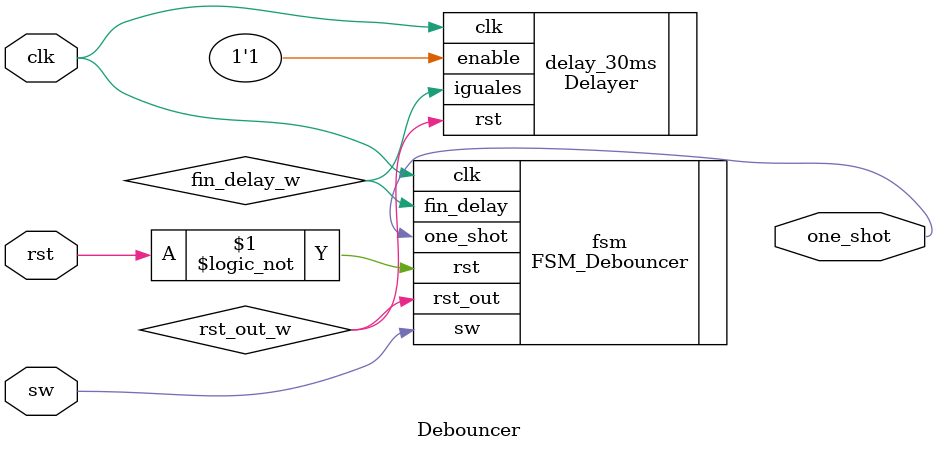
<source format=v>
`timescale 1ns / 1ps
module Debouncer(
    input clk,
    input rst, 
    input sw,
    output one_shot
    );


wire fin_delay_w, rst_out_w;
//wire rst_w;

// assign rst_w = ~nrst;

FSM_Debouncer  fsm (.clk(clk), .rst(!rst), .sw(sw), .fin_delay(fin_delay_w),
						  .rst_out(rst_out_w), .one_shot(one_shot)     );

Delayer # (.YY(1_500_000) ) // The width parameter is defined in Delayer code
     delay_30ms (.clk(clk), .rst(rst_out_w), .enable(1'b1), .iguales(fin_delay_w)    );
						  
endmodule

</source>
